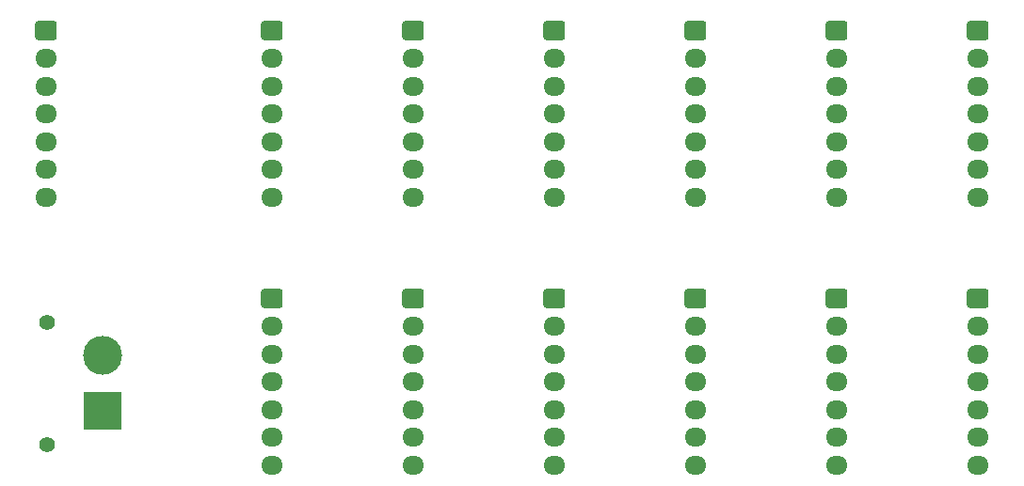
<source format=gbr>
%TF.GenerationSoftware,KiCad,Pcbnew,(5.1.9)-1*%
%TF.CreationDate,2021-11-23T19:46:46+00:00*%
%TF.ProjectId,6S parallel board,36532070-6172-4616-9c6c-656c20626f61,rev?*%
%TF.SameCoordinates,Original*%
%TF.FileFunction,Soldermask,Top*%
%TF.FilePolarity,Negative*%
%FSLAX46Y46*%
G04 Gerber Fmt 4.6, Leading zero omitted, Abs format (unit mm)*
G04 Created by KiCad (PCBNEW (5.1.9)-1) date 2021-11-23 19:46:46*
%MOMM*%
%LPD*%
G01*
G04 APERTURE LIST*
%ADD10O,1.950000X1.700000*%
%ADD11C,1.400000*%
%ADD12R,3.500000X3.500000*%
%ADD13C,3.500000*%
G04 APERTURE END LIST*
D10*
%TO.C,J14*%
X170180000Y-130570000D03*
X170180000Y-128070000D03*
X170180000Y-125570000D03*
X170180000Y-123070000D03*
X170180000Y-120570000D03*
X170180000Y-118070000D03*
G36*
G01*
X169455000Y-114720000D02*
X170905000Y-114720000D01*
G75*
G02*
X171155000Y-114970000I0J-250000D01*
G01*
X171155000Y-116170000D01*
G75*
G02*
X170905000Y-116420000I-250000J0D01*
G01*
X169455000Y-116420000D01*
G75*
G02*
X169205000Y-116170000I0J250000D01*
G01*
X169205000Y-114970000D01*
G75*
G02*
X169455000Y-114720000I250000J0D01*
G01*
G37*
%TD*%
%TO.C,J13*%
X157480000Y-130570000D03*
X157480000Y-128070000D03*
X157480000Y-125570000D03*
X157480000Y-123070000D03*
X157480000Y-120570000D03*
X157480000Y-118070000D03*
G36*
G01*
X156755000Y-114720000D02*
X158205000Y-114720000D01*
G75*
G02*
X158455000Y-114970000I0J-250000D01*
G01*
X158455000Y-116170000D01*
G75*
G02*
X158205000Y-116420000I-250000J0D01*
G01*
X156755000Y-116420000D01*
G75*
G02*
X156505000Y-116170000I0J250000D01*
G01*
X156505000Y-114970000D01*
G75*
G02*
X156755000Y-114720000I250000J0D01*
G01*
G37*
%TD*%
%TO.C,J12*%
X144780000Y-130570000D03*
X144780000Y-128070000D03*
X144780000Y-125570000D03*
X144780000Y-123070000D03*
X144780000Y-120570000D03*
X144780000Y-118070000D03*
G36*
G01*
X144055000Y-114720000D02*
X145505000Y-114720000D01*
G75*
G02*
X145755000Y-114970000I0J-250000D01*
G01*
X145755000Y-116170000D01*
G75*
G02*
X145505000Y-116420000I-250000J0D01*
G01*
X144055000Y-116420000D01*
G75*
G02*
X143805000Y-116170000I0J250000D01*
G01*
X143805000Y-114970000D01*
G75*
G02*
X144055000Y-114720000I250000J0D01*
G01*
G37*
%TD*%
%TO.C,J11*%
X132080000Y-130570000D03*
X132080000Y-128070000D03*
X132080000Y-125570000D03*
X132080000Y-123070000D03*
X132080000Y-120570000D03*
X132080000Y-118070000D03*
G36*
G01*
X131355000Y-114720000D02*
X132805000Y-114720000D01*
G75*
G02*
X133055000Y-114970000I0J-250000D01*
G01*
X133055000Y-116170000D01*
G75*
G02*
X132805000Y-116420000I-250000J0D01*
G01*
X131355000Y-116420000D01*
G75*
G02*
X131105000Y-116170000I0J250000D01*
G01*
X131105000Y-114970000D01*
G75*
G02*
X131355000Y-114720000I250000J0D01*
G01*
G37*
%TD*%
%TO.C,J10*%
X119380000Y-130570000D03*
X119380000Y-128070000D03*
X119380000Y-125570000D03*
X119380000Y-123070000D03*
X119380000Y-120570000D03*
X119380000Y-118070000D03*
G36*
G01*
X118655000Y-114720000D02*
X120105000Y-114720000D01*
G75*
G02*
X120355000Y-114970000I0J-250000D01*
G01*
X120355000Y-116170000D01*
G75*
G02*
X120105000Y-116420000I-250000J0D01*
G01*
X118655000Y-116420000D01*
G75*
G02*
X118405000Y-116170000I0J250000D01*
G01*
X118405000Y-114970000D01*
G75*
G02*
X118655000Y-114720000I250000J0D01*
G01*
G37*
%TD*%
%TO.C,J9*%
X106680000Y-130570000D03*
X106680000Y-128070000D03*
X106680000Y-125570000D03*
X106680000Y-123070000D03*
X106680000Y-120570000D03*
X106680000Y-118070000D03*
G36*
G01*
X105955000Y-114720000D02*
X107405000Y-114720000D01*
G75*
G02*
X107655000Y-114970000I0J-250000D01*
G01*
X107655000Y-116170000D01*
G75*
G02*
X107405000Y-116420000I-250000J0D01*
G01*
X105955000Y-116420000D01*
G75*
G02*
X105705000Y-116170000I0J250000D01*
G01*
X105705000Y-114970000D01*
G75*
G02*
X105955000Y-114720000I250000J0D01*
G01*
G37*
%TD*%
%TO.C,J8*%
X170180000Y-106440000D03*
X170180000Y-103940000D03*
X170180000Y-101440000D03*
X170180000Y-98940000D03*
X170180000Y-96440000D03*
X170180000Y-93940000D03*
G36*
G01*
X169455000Y-90590000D02*
X170905000Y-90590000D01*
G75*
G02*
X171155000Y-90840000I0J-250000D01*
G01*
X171155000Y-92040000D01*
G75*
G02*
X170905000Y-92290000I-250000J0D01*
G01*
X169455000Y-92290000D01*
G75*
G02*
X169205000Y-92040000I0J250000D01*
G01*
X169205000Y-90840000D01*
G75*
G02*
X169455000Y-90590000I250000J0D01*
G01*
G37*
%TD*%
%TO.C,J7*%
X157480000Y-106440000D03*
X157480000Y-103940000D03*
X157480000Y-101440000D03*
X157480000Y-98940000D03*
X157480000Y-96440000D03*
X157480000Y-93940000D03*
G36*
G01*
X156755000Y-90590000D02*
X158205000Y-90590000D01*
G75*
G02*
X158455000Y-90840000I0J-250000D01*
G01*
X158455000Y-92040000D01*
G75*
G02*
X158205000Y-92290000I-250000J0D01*
G01*
X156755000Y-92290000D01*
G75*
G02*
X156505000Y-92040000I0J250000D01*
G01*
X156505000Y-90840000D01*
G75*
G02*
X156755000Y-90590000I250000J0D01*
G01*
G37*
%TD*%
%TO.C,J6*%
X144780000Y-106440000D03*
X144780000Y-103940000D03*
X144780000Y-101440000D03*
X144780000Y-98940000D03*
X144780000Y-96440000D03*
X144780000Y-93940000D03*
G36*
G01*
X144055000Y-90590000D02*
X145505000Y-90590000D01*
G75*
G02*
X145755000Y-90840000I0J-250000D01*
G01*
X145755000Y-92040000D01*
G75*
G02*
X145505000Y-92290000I-250000J0D01*
G01*
X144055000Y-92290000D01*
G75*
G02*
X143805000Y-92040000I0J250000D01*
G01*
X143805000Y-90840000D01*
G75*
G02*
X144055000Y-90590000I250000J0D01*
G01*
G37*
%TD*%
%TO.C,J5*%
X132080000Y-106440000D03*
X132080000Y-103940000D03*
X132080000Y-101440000D03*
X132080000Y-98940000D03*
X132080000Y-96440000D03*
X132080000Y-93940000D03*
G36*
G01*
X131355000Y-90590000D02*
X132805000Y-90590000D01*
G75*
G02*
X133055000Y-90840000I0J-250000D01*
G01*
X133055000Y-92040000D01*
G75*
G02*
X132805000Y-92290000I-250000J0D01*
G01*
X131355000Y-92290000D01*
G75*
G02*
X131105000Y-92040000I0J250000D01*
G01*
X131105000Y-90840000D01*
G75*
G02*
X131355000Y-90590000I250000J0D01*
G01*
G37*
%TD*%
%TO.C,J4*%
X119380000Y-106440000D03*
X119380000Y-103940000D03*
X119380000Y-101440000D03*
X119380000Y-98940000D03*
X119380000Y-96440000D03*
X119380000Y-93940000D03*
G36*
G01*
X118655000Y-90590000D02*
X120105000Y-90590000D01*
G75*
G02*
X120355000Y-90840000I0J-250000D01*
G01*
X120355000Y-92040000D01*
G75*
G02*
X120105000Y-92290000I-250000J0D01*
G01*
X118655000Y-92290000D01*
G75*
G02*
X118405000Y-92040000I0J250000D01*
G01*
X118405000Y-90840000D01*
G75*
G02*
X118655000Y-90590000I250000J0D01*
G01*
G37*
%TD*%
%TO.C,J3*%
X106680000Y-106440000D03*
X106680000Y-103940000D03*
X106680000Y-101440000D03*
X106680000Y-98940000D03*
X106680000Y-96440000D03*
X106680000Y-93940000D03*
G36*
G01*
X105955000Y-90590000D02*
X107405000Y-90590000D01*
G75*
G02*
X107655000Y-90840000I0J-250000D01*
G01*
X107655000Y-92040000D01*
G75*
G02*
X107405000Y-92290000I-250000J0D01*
G01*
X105955000Y-92290000D01*
G75*
G02*
X105705000Y-92040000I0J250000D01*
G01*
X105705000Y-90840000D01*
G75*
G02*
X105955000Y-90590000I250000J0D01*
G01*
G37*
%TD*%
%TO.C,J2*%
X86360000Y-106440000D03*
X86360000Y-103940000D03*
X86360000Y-101440000D03*
X86360000Y-98940000D03*
X86360000Y-96440000D03*
X86360000Y-93940000D03*
G36*
G01*
X85635000Y-90590000D02*
X87085000Y-90590000D01*
G75*
G02*
X87335000Y-90840000I0J-250000D01*
G01*
X87335000Y-92040000D01*
G75*
G02*
X87085000Y-92290000I-250000J0D01*
G01*
X85635000Y-92290000D01*
G75*
G02*
X85385000Y-92040000I0J250000D01*
G01*
X85385000Y-90840000D01*
G75*
G02*
X85635000Y-90590000I250000J0D01*
G01*
G37*
%TD*%
D11*
%TO.C,J1*%
X86440000Y-128730000D03*
X86440000Y-117730000D03*
D12*
X91440000Y-125730000D03*
D13*
X91440000Y-120730000D03*
%TD*%
M02*

</source>
